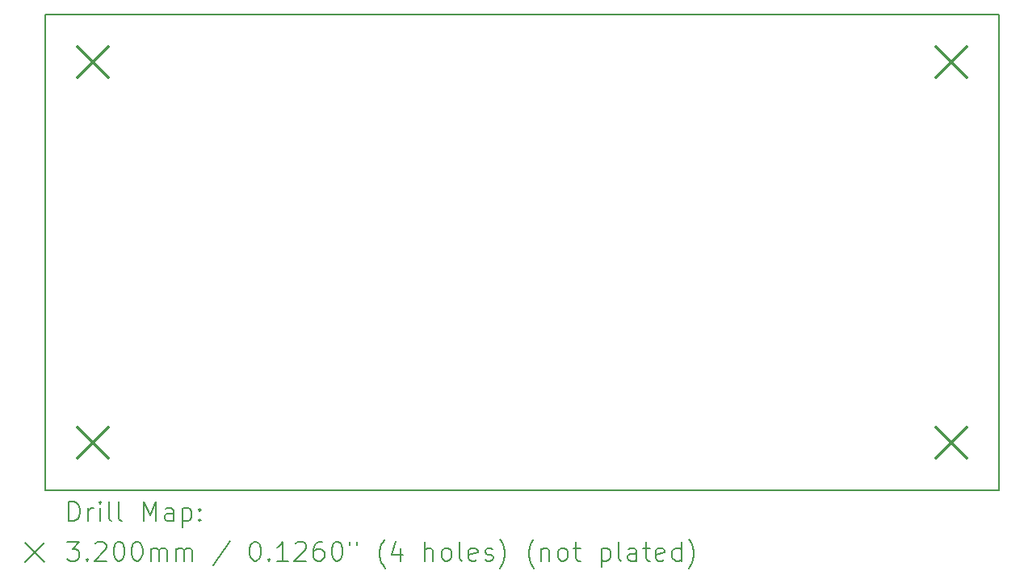
<source format=gbr>
%FSLAX45Y45*%
G04 Gerber Fmt 4.5, Leading zero omitted, Abs format (unit mm)*
G04 Created by KiCad (PCBNEW 6.0.2+dfsg-1) date 2023-02-09 09:42:43*
%MOMM*%
%LPD*%
G01*
G04 APERTURE LIST*
%TA.AperFunction,Profile*%
%ADD10C,0.150000*%
%TD*%
%ADD11C,0.200000*%
%ADD12C,0.320000*%
G04 APERTURE END LIST*
D10*
X20000000Y-15000000D02*
X10000000Y-15000000D01*
X10000000Y-15000000D02*
X10000000Y-10000000D01*
X10000000Y-10000000D02*
X20000000Y-10000000D01*
X20000000Y-10000000D02*
X20000000Y-15000000D01*
D11*
D12*
X10340000Y-10340000D02*
X10660000Y-10660000D01*
X10660000Y-10340000D02*
X10340000Y-10660000D01*
X10340000Y-14340000D02*
X10660000Y-14660000D01*
X10660000Y-14340000D02*
X10340000Y-14660000D01*
X19340000Y-10340000D02*
X19660000Y-10660000D01*
X19660000Y-10340000D02*
X19340000Y-10660000D01*
X19340000Y-14340000D02*
X19660000Y-14660000D01*
X19660000Y-14340000D02*
X19340000Y-14660000D01*
D11*
X10250119Y-15317976D02*
X10250119Y-15117976D01*
X10297738Y-15117976D01*
X10326310Y-15127500D01*
X10345357Y-15146548D01*
X10354881Y-15165595D01*
X10364405Y-15203690D01*
X10364405Y-15232262D01*
X10354881Y-15270357D01*
X10345357Y-15289405D01*
X10326310Y-15308452D01*
X10297738Y-15317976D01*
X10250119Y-15317976D01*
X10450119Y-15317976D02*
X10450119Y-15184643D01*
X10450119Y-15222738D02*
X10459643Y-15203690D01*
X10469167Y-15194167D01*
X10488214Y-15184643D01*
X10507262Y-15184643D01*
X10573929Y-15317976D02*
X10573929Y-15184643D01*
X10573929Y-15117976D02*
X10564405Y-15127500D01*
X10573929Y-15137024D01*
X10583452Y-15127500D01*
X10573929Y-15117976D01*
X10573929Y-15137024D01*
X10697738Y-15317976D02*
X10678690Y-15308452D01*
X10669167Y-15289405D01*
X10669167Y-15117976D01*
X10802500Y-15317976D02*
X10783452Y-15308452D01*
X10773929Y-15289405D01*
X10773929Y-15117976D01*
X11031071Y-15317976D02*
X11031071Y-15117976D01*
X11097738Y-15260833D01*
X11164405Y-15117976D01*
X11164405Y-15317976D01*
X11345357Y-15317976D02*
X11345357Y-15213214D01*
X11335833Y-15194167D01*
X11316786Y-15184643D01*
X11278690Y-15184643D01*
X11259643Y-15194167D01*
X11345357Y-15308452D02*
X11326309Y-15317976D01*
X11278690Y-15317976D01*
X11259643Y-15308452D01*
X11250119Y-15289405D01*
X11250119Y-15270357D01*
X11259643Y-15251309D01*
X11278690Y-15241786D01*
X11326309Y-15241786D01*
X11345357Y-15232262D01*
X11440595Y-15184643D02*
X11440595Y-15384643D01*
X11440595Y-15194167D02*
X11459643Y-15184643D01*
X11497738Y-15184643D01*
X11516786Y-15194167D01*
X11526309Y-15203690D01*
X11535833Y-15222738D01*
X11535833Y-15279881D01*
X11526309Y-15298928D01*
X11516786Y-15308452D01*
X11497738Y-15317976D01*
X11459643Y-15317976D01*
X11440595Y-15308452D01*
X11621548Y-15298928D02*
X11631071Y-15308452D01*
X11621548Y-15317976D01*
X11612024Y-15308452D01*
X11621548Y-15298928D01*
X11621548Y-15317976D01*
X11621548Y-15194167D02*
X11631071Y-15203690D01*
X11621548Y-15213214D01*
X11612024Y-15203690D01*
X11621548Y-15194167D01*
X11621548Y-15213214D01*
X9792500Y-15547500D02*
X9992500Y-15747500D01*
X9992500Y-15547500D02*
X9792500Y-15747500D01*
X10231071Y-15537976D02*
X10354881Y-15537976D01*
X10288214Y-15614167D01*
X10316786Y-15614167D01*
X10335833Y-15623690D01*
X10345357Y-15633214D01*
X10354881Y-15652262D01*
X10354881Y-15699881D01*
X10345357Y-15718928D01*
X10335833Y-15728452D01*
X10316786Y-15737976D01*
X10259643Y-15737976D01*
X10240595Y-15728452D01*
X10231071Y-15718928D01*
X10440595Y-15718928D02*
X10450119Y-15728452D01*
X10440595Y-15737976D01*
X10431071Y-15728452D01*
X10440595Y-15718928D01*
X10440595Y-15737976D01*
X10526310Y-15557024D02*
X10535833Y-15547500D01*
X10554881Y-15537976D01*
X10602500Y-15537976D01*
X10621548Y-15547500D01*
X10631071Y-15557024D01*
X10640595Y-15576071D01*
X10640595Y-15595119D01*
X10631071Y-15623690D01*
X10516786Y-15737976D01*
X10640595Y-15737976D01*
X10764405Y-15537976D02*
X10783452Y-15537976D01*
X10802500Y-15547500D01*
X10812024Y-15557024D01*
X10821548Y-15576071D01*
X10831071Y-15614167D01*
X10831071Y-15661786D01*
X10821548Y-15699881D01*
X10812024Y-15718928D01*
X10802500Y-15728452D01*
X10783452Y-15737976D01*
X10764405Y-15737976D01*
X10745357Y-15728452D01*
X10735833Y-15718928D01*
X10726310Y-15699881D01*
X10716786Y-15661786D01*
X10716786Y-15614167D01*
X10726310Y-15576071D01*
X10735833Y-15557024D01*
X10745357Y-15547500D01*
X10764405Y-15537976D01*
X10954881Y-15537976D02*
X10973929Y-15537976D01*
X10992976Y-15547500D01*
X11002500Y-15557024D01*
X11012024Y-15576071D01*
X11021548Y-15614167D01*
X11021548Y-15661786D01*
X11012024Y-15699881D01*
X11002500Y-15718928D01*
X10992976Y-15728452D01*
X10973929Y-15737976D01*
X10954881Y-15737976D01*
X10935833Y-15728452D01*
X10926310Y-15718928D01*
X10916786Y-15699881D01*
X10907262Y-15661786D01*
X10907262Y-15614167D01*
X10916786Y-15576071D01*
X10926310Y-15557024D01*
X10935833Y-15547500D01*
X10954881Y-15537976D01*
X11107262Y-15737976D02*
X11107262Y-15604643D01*
X11107262Y-15623690D02*
X11116786Y-15614167D01*
X11135833Y-15604643D01*
X11164405Y-15604643D01*
X11183452Y-15614167D01*
X11192976Y-15633214D01*
X11192976Y-15737976D01*
X11192976Y-15633214D02*
X11202500Y-15614167D01*
X11221548Y-15604643D01*
X11250119Y-15604643D01*
X11269167Y-15614167D01*
X11278690Y-15633214D01*
X11278690Y-15737976D01*
X11373928Y-15737976D02*
X11373928Y-15604643D01*
X11373928Y-15623690D02*
X11383452Y-15614167D01*
X11402500Y-15604643D01*
X11431071Y-15604643D01*
X11450119Y-15614167D01*
X11459643Y-15633214D01*
X11459643Y-15737976D01*
X11459643Y-15633214D02*
X11469167Y-15614167D01*
X11488214Y-15604643D01*
X11516786Y-15604643D01*
X11535833Y-15614167D01*
X11545357Y-15633214D01*
X11545357Y-15737976D01*
X11935833Y-15528452D02*
X11764405Y-15785595D01*
X12192976Y-15537976D02*
X12212024Y-15537976D01*
X12231071Y-15547500D01*
X12240595Y-15557024D01*
X12250119Y-15576071D01*
X12259643Y-15614167D01*
X12259643Y-15661786D01*
X12250119Y-15699881D01*
X12240595Y-15718928D01*
X12231071Y-15728452D01*
X12212024Y-15737976D01*
X12192976Y-15737976D01*
X12173928Y-15728452D01*
X12164405Y-15718928D01*
X12154881Y-15699881D01*
X12145357Y-15661786D01*
X12145357Y-15614167D01*
X12154881Y-15576071D01*
X12164405Y-15557024D01*
X12173928Y-15547500D01*
X12192976Y-15537976D01*
X12345357Y-15718928D02*
X12354881Y-15728452D01*
X12345357Y-15737976D01*
X12335833Y-15728452D01*
X12345357Y-15718928D01*
X12345357Y-15737976D01*
X12545357Y-15737976D02*
X12431071Y-15737976D01*
X12488214Y-15737976D02*
X12488214Y-15537976D01*
X12469167Y-15566548D01*
X12450119Y-15585595D01*
X12431071Y-15595119D01*
X12621548Y-15557024D02*
X12631071Y-15547500D01*
X12650119Y-15537976D01*
X12697738Y-15537976D01*
X12716786Y-15547500D01*
X12726309Y-15557024D01*
X12735833Y-15576071D01*
X12735833Y-15595119D01*
X12726309Y-15623690D01*
X12612024Y-15737976D01*
X12735833Y-15737976D01*
X12907262Y-15537976D02*
X12869167Y-15537976D01*
X12850119Y-15547500D01*
X12840595Y-15557024D01*
X12821548Y-15585595D01*
X12812024Y-15623690D01*
X12812024Y-15699881D01*
X12821548Y-15718928D01*
X12831071Y-15728452D01*
X12850119Y-15737976D01*
X12888214Y-15737976D01*
X12907262Y-15728452D01*
X12916786Y-15718928D01*
X12926309Y-15699881D01*
X12926309Y-15652262D01*
X12916786Y-15633214D01*
X12907262Y-15623690D01*
X12888214Y-15614167D01*
X12850119Y-15614167D01*
X12831071Y-15623690D01*
X12821548Y-15633214D01*
X12812024Y-15652262D01*
X13050119Y-15537976D02*
X13069167Y-15537976D01*
X13088214Y-15547500D01*
X13097738Y-15557024D01*
X13107262Y-15576071D01*
X13116786Y-15614167D01*
X13116786Y-15661786D01*
X13107262Y-15699881D01*
X13097738Y-15718928D01*
X13088214Y-15728452D01*
X13069167Y-15737976D01*
X13050119Y-15737976D01*
X13031071Y-15728452D01*
X13021548Y-15718928D01*
X13012024Y-15699881D01*
X13002500Y-15661786D01*
X13002500Y-15614167D01*
X13012024Y-15576071D01*
X13021548Y-15557024D01*
X13031071Y-15547500D01*
X13050119Y-15537976D01*
X13192976Y-15537976D02*
X13192976Y-15576071D01*
X13269167Y-15537976D02*
X13269167Y-15576071D01*
X13564405Y-15814167D02*
X13554881Y-15804643D01*
X13535833Y-15776071D01*
X13526309Y-15757024D01*
X13516786Y-15728452D01*
X13507262Y-15680833D01*
X13507262Y-15642738D01*
X13516786Y-15595119D01*
X13526309Y-15566548D01*
X13535833Y-15547500D01*
X13554881Y-15518928D01*
X13564405Y-15509405D01*
X13726309Y-15604643D02*
X13726309Y-15737976D01*
X13678690Y-15528452D02*
X13631071Y-15671309D01*
X13754881Y-15671309D01*
X13983452Y-15737976D02*
X13983452Y-15537976D01*
X14069167Y-15737976D02*
X14069167Y-15633214D01*
X14059643Y-15614167D01*
X14040595Y-15604643D01*
X14012024Y-15604643D01*
X13992976Y-15614167D01*
X13983452Y-15623690D01*
X14192976Y-15737976D02*
X14173928Y-15728452D01*
X14164405Y-15718928D01*
X14154881Y-15699881D01*
X14154881Y-15642738D01*
X14164405Y-15623690D01*
X14173928Y-15614167D01*
X14192976Y-15604643D01*
X14221548Y-15604643D01*
X14240595Y-15614167D01*
X14250119Y-15623690D01*
X14259643Y-15642738D01*
X14259643Y-15699881D01*
X14250119Y-15718928D01*
X14240595Y-15728452D01*
X14221548Y-15737976D01*
X14192976Y-15737976D01*
X14373928Y-15737976D02*
X14354881Y-15728452D01*
X14345357Y-15709405D01*
X14345357Y-15537976D01*
X14526309Y-15728452D02*
X14507262Y-15737976D01*
X14469167Y-15737976D01*
X14450119Y-15728452D01*
X14440595Y-15709405D01*
X14440595Y-15633214D01*
X14450119Y-15614167D01*
X14469167Y-15604643D01*
X14507262Y-15604643D01*
X14526309Y-15614167D01*
X14535833Y-15633214D01*
X14535833Y-15652262D01*
X14440595Y-15671309D01*
X14612024Y-15728452D02*
X14631071Y-15737976D01*
X14669167Y-15737976D01*
X14688214Y-15728452D01*
X14697738Y-15709405D01*
X14697738Y-15699881D01*
X14688214Y-15680833D01*
X14669167Y-15671309D01*
X14640595Y-15671309D01*
X14621548Y-15661786D01*
X14612024Y-15642738D01*
X14612024Y-15633214D01*
X14621548Y-15614167D01*
X14640595Y-15604643D01*
X14669167Y-15604643D01*
X14688214Y-15614167D01*
X14764405Y-15814167D02*
X14773928Y-15804643D01*
X14792976Y-15776071D01*
X14802500Y-15757024D01*
X14812024Y-15728452D01*
X14821548Y-15680833D01*
X14821548Y-15642738D01*
X14812024Y-15595119D01*
X14802500Y-15566548D01*
X14792976Y-15547500D01*
X14773928Y-15518928D01*
X14764405Y-15509405D01*
X15126309Y-15814167D02*
X15116786Y-15804643D01*
X15097738Y-15776071D01*
X15088214Y-15757024D01*
X15078690Y-15728452D01*
X15069167Y-15680833D01*
X15069167Y-15642738D01*
X15078690Y-15595119D01*
X15088214Y-15566548D01*
X15097738Y-15547500D01*
X15116786Y-15518928D01*
X15126309Y-15509405D01*
X15202500Y-15604643D02*
X15202500Y-15737976D01*
X15202500Y-15623690D02*
X15212024Y-15614167D01*
X15231071Y-15604643D01*
X15259643Y-15604643D01*
X15278690Y-15614167D01*
X15288214Y-15633214D01*
X15288214Y-15737976D01*
X15412024Y-15737976D02*
X15392976Y-15728452D01*
X15383452Y-15718928D01*
X15373928Y-15699881D01*
X15373928Y-15642738D01*
X15383452Y-15623690D01*
X15392976Y-15614167D01*
X15412024Y-15604643D01*
X15440595Y-15604643D01*
X15459643Y-15614167D01*
X15469167Y-15623690D01*
X15478690Y-15642738D01*
X15478690Y-15699881D01*
X15469167Y-15718928D01*
X15459643Y-15728452D01*
X15440595Y-15737976D01*
X15412024Y-15737976D01*
X15535833Y-15604643D02*
X15612024Y-15604643D01*
X15564405Y-15537976D02*
X15564405Y-15709405D01*
X15573928Y-15728452D01*
X15592976Y-15737976D01*
X15612024Y-15737976D01*
X15831071Y-15604643D02*
X15831071Y-15804643D01*
X15831071Y-15614167D02*
X15850119Y-15604643D01*
X15888214Y-15604643D01*
X15907262Y-15614167D01*
X15916786Y-15623690D01*
X15926309Y-15642738D01*
X15926309Y-15699881D01*
X15916786Y-15718928D01*
X15907262Y-15728452D01*
X15888214Y-15737976D01*
X15850119Y-15737976D01*
X15831071Y-15728452D01*
X16040595Y-15737976D02*
X16021548Y-15728452D01*
X16012024Y-15709405D01*
X16012024Y-15537976D01*
X16202500Y-15737976D02*
X16202500Y-15633214D01*
X16192976Y-15614167D01*
X16173928Y-15604643D01*
X16135833Y-15604643D01*
X16116786Y-15614167D01*
X16202500Y-15728452D02*
X16183452Y-15737976D01*
X16135833Y-15737976D01*
X16116786Y-15728452D01*
X16107262Y-15709405D01*
X16107262Y-15690357D01*
X16116786Y-15671309D01*
X16135833Y-15661786D01*
X16183452Y-15661786D01*
X16202500Y-15652262D01*
X16269167Y-15604643D02*
X16345357Y-15604643D01*
X16297738Y-15537976D02*
X16297738Y-15709405D01*
X16307262Y-15728452D01*
X16326309Y-15737976D01*
X16345357Y-15737976D01*
X16488214Y-15728452D02*
X16469167Y-15737976D01*
X16431071Y-15737976D01*
X16412024Y-15728452D01*
X16402500Y-15709405D01*
X16402500Y-15633214D01*
X16412024Y-15614167D01*
X16431071Y-15604643D01*
X16469167Y-15604643D01*
X16488214Y-15614167D01*
X16497738Y-15633214D01*
X16497738Y-15652262D01*
X16402500Y-15671309D01*
X16669167Y-15737976D02*
X16669167Y-15537976D01*
X16669167Y-15728452D02*
X16650119Y-15737976D01*
X16612024Y-15737976D01*
X16592976Y-15728452D01*
X16583452Y-15718928D01*
X16573928Y-15699881D01*
X16573928Y-15642738D01*
X16583452Y-15623690D01*
X16592976Y-15614167D01*
X16612024Y-15604643D01*
X16650119Y-15604643D01*
X16669167Y-15614167D01*
X16745357Y-15814167D02*
X16754881Y-15804643D01*
X16773928Y-15776071D01*
X16783452Y-15757024D01*
X16792976Y-15728452D01*
X16802500Y-15680833D01*
X16802500Y-15642738D01*
X16792976Y-15595119D01*
X16783452Y-15566548D01*
X16773928Y-15547500D01*
X16754881Y-15518928D01*
X16745357Y-15509405D01*
M02*

</source>
